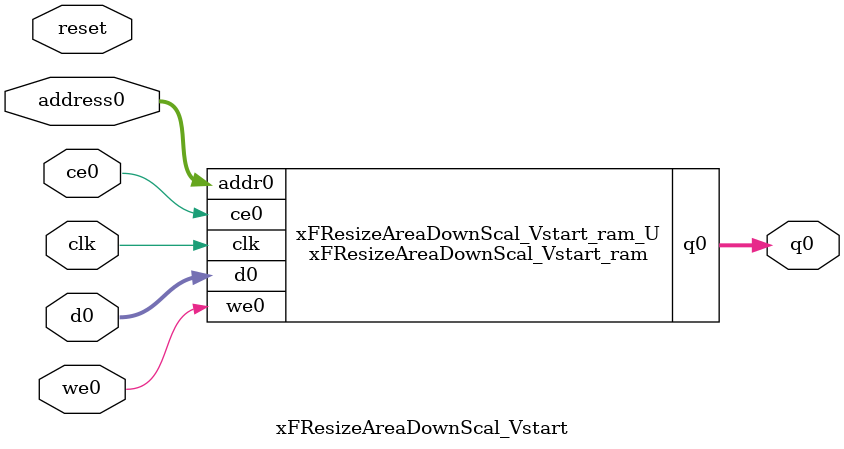
<source format=v>
`timescale 1 ns / 1 ps
module xFResizeAreaDownScal_Vstart_ram (addr0, ce0, d0, we0, q0,  clk);

parameter DWIDTH = 13;
parameter AWIDTH = 9;
parameter MEM_SIZE = 360;

input[AWIDTH-1:0] addr0;
input ce0;
input[DWIDTH-1:0] d0;
input we0;
output reg[DWIDTH-1:0] q0;
input clk;

(* ram_style = "block" *)reg [DWIDTH-1:0] ram[0:MEM_SIZE-1];




always @(posedge clk)  
begin 
    if (ce0) 
    begin
        if (we0) 
        begin 
            ram[addr0] <= d0; 
        end 
        q0 <= ram[addr0];
    end
end


endmodule

`timescale 1 ns / 1 ps
module xFResizeAreaDownScal_Vstart(
    reset,
    clk,
    address0,
    ce0,
    we0,
    d0,
    q0);

parameter DataWidth = 32'd13;
parameter AddressRange = 32'd360;
parameter AddressWidth = 32'd9;
input reset;
input clk;
input[AddressWidth - 1:0] address0;
input ce0;
input we0;
input[DataWidth - 1:0] d0;
output[DataWidth - 1:0] q0;



xFResizeAreaDownScal_Vstart_ram xFResizeAreaDownScal_Vstart_ram_U(
    .clk( clk ),
    .addr0( address0 ),
    .ce0( ce0 ),
    .we0( we0 ),
    .d0( d0 ),
    .q0( q0 ));

endmodule


</source>
